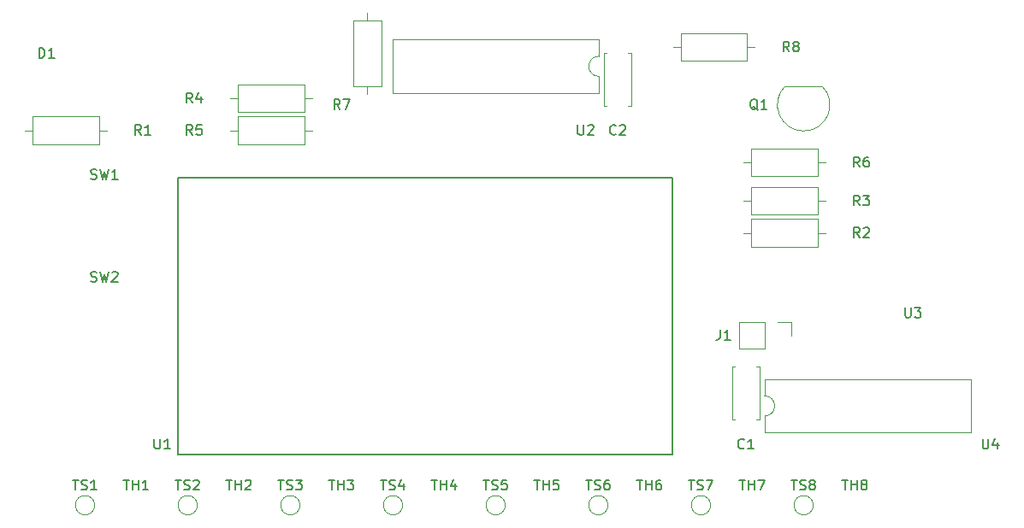
<source format=gto>
G04 #@! TF.GenerationSoftware,KiCad,Pcbnew,(5.1.5)-2*
G04 #@! TF.CreationDate,2020-02-22T00:44:31+01:00*
G04 #@! TF.ProjectId,BBMini32,42424d69-6e69-4333-922e-6b696361645f,V1.0*
G04 #@! TF.SameCoordinates,PX1312d00PY510ff40*
G04 #@! TF.FileFunction,Legend,Top*
G04 #@! TF.FilePolarity,Positive*
%FSLAX46Y46*%
G04 Gerber Fmt 4.6, Leading zero omitted, Abs format (unit mm)*
G04 Created by KiCad (PCBNEW (5.1.5)-2) date 2020-02-22 00:44:31*
%MOMM*%
%LPD*%
G04 APERTURE LIST*
%ADD10C,0.150000*%
%ADD11C,0.120000*%
%ADD12C,2.202000*%
%ADD13C,1.852000*%
%ADD14C,1.902000*%
%ADD15R,1.902000X1.902000*%
%ADD16C,1.602000*%
%ADD17C,6.502000*%
%ADD18C,5.102000*%
%ADD19O,1.702000X1.702000*%
%ADD20R,1.702000X1.702000*%
%ADD21C,0.100000*%
%ADD22O,1.602000X2.102000*%
%ADD23C,1.702000*%
%ADD24R,1.152000X1.602000*%
%ADD25O,1.152000X1.602000*%
%ADD26O,1.802000X1.802000*%
%ADD27R,1.802000X1.802000*%
G04 APERTURE END LIST*
D10*
X18365000Y15370000D02*
X18365000Y42870000D01*
X18365000Y42870000D02*
X67365000Y42870000D01*
X18365000Y15370000D02*
X67365000Y15370000D01*
X67365000Y15370000D02*
X67365000Y42870000D01*
D11*
X76460000Y22880000D02*
X76460000Y21230000D01*
X96900000Y22880000D02*
X76460000Y22880000D01*
X96900000Y17580000D02*
X96900000Y22880000D01*
X76460000Y17580000D02*
X96900000Y17580000D01*
X76460000Y19230000D02*
X76460000Y17580000D01*
X76460000Y21230000D02*
G75*
G02X76460000Y19230000I0J-1000000D01*
G01*
X60070000Y51235000D02*
X60070000Y52885000D01*
X39630000Y51235000D02*
X60070000Y51235000D01*
X39630000Y56535000D02*
X39630000Y51235000D01*
X60070000Y56535000D02*
X39630000Y56535000D01*
X60070000Y54885000D02*
X60070000Y56535000D01*
X60070000Y52885000D02*
G75*
G02X60070000Y54885000I0J1000000D01*
G01*
X81280000Y10387500D02*
G75*
G03X81280000Y10387500I-950000J0D01*
G01*
X71120000Y10387500D02*
G75*
G03X71120000Y10387500I-950000J0D01*
G01*
X60960000Y10387500D02*
G75*
G03X60960000Y10387500I-950000J0D01*
G01*
X50800000Y10387500D02*
G75*
G03X50800000Y10387500I-950000J0D01*
G01*
X40640000Y10387500D02*
G75*
G03X40640000Y10387500I-950000J0D01*
G01*
X30480000Y10387500D02*
G75*
G03X30480000Y10387500I-950000J0D01*
G01*
X20320000Y10387500D02*
G75*
G03X20320000Y10387500I-950000J0D01*
G01*
X10160000Y10387500D02*
G75*
G03X10160000Y10387500I-950000J0D01*
G01*
X67400000Y55790000D02*
X68170000Y55790000D01*
X75480000Y55790000D02*
X74710000Y55790000D01*
X68170000Y54420000D02*
X74710000Y54420000D01*
X68170000Y57160000D02*
X68170000Y54420000D01*
X74710000Y57160000D02*
X68170000Y57160000D01*
X74710000Y54420000D02*
X74710000Y57160000D01*
X37150000Y59195000D02*
X37150000Y58425000D01*
X37150000Y51115000D02*
X37150000Y51885000D01*
X35780000Y58425000D02*
X35780000Y51885000D01*
X38520000Y58425000D02*
X35780000Y58425000D01*
X38520000Y51885000D02*
X38520000Y58425000D01*
X35780000Y51885000D02*
X38520000Y51885000D01*
X82465000Y44360000D02*
X81695000Y44360000D01*
X74385000Y44360000D02*
X75155000Y44360000D01*
X81695000Y45730000D02*
X75155000Y45730000D01*
X81695000Y42990000D02*
X81695000Y45730000D01*
X75155000Y42990000D02*
X81695000Y42990000D01*
X75155000Y45730000D02*
X75155000Y42990000D01*
X31665000Y47535000D02*
X30895000Y47535000D01*
X23585000Y47535000D02*
X24355000Y47535000D01*
X30895000Y48905000D02*
X24355000Y48905000D01*
X30895000Y46165000D02*
X30895000Y48905000D01*
X24355000Y46165000D02*
X30895000Y46165000D01*
X24355000Y48905000D02*
X24355000Y46165000D01*
X31665000Y50710000D02*
X30895000Y50710000D01*
X23585000Y50710000D02*
X24355000Y50710000D01*
X30895000Y52080000D02*
X24355000Y52080000D01*
X30895000Y49340000D02*
X30895000Y52080000D01*
X24355000Y49340000D02*
X30895000Y49340000D01*
X24355000Y52080000D02*
X24355000Y49340000D01*
X82465000Y40550000D02*
X81695000Y40550000D01*
X74385000Y40550000D02*
X75155000Y40550000D01*
X81695000Y41920000D02*
X75155000Y41920000D01*
X81695000Y39180000D02*
X81695000Y41920000D01*
X75155000Y39180000D02*
X81695000Y39180000D01*
X75155000Y41920000D02*
X75155000Y39180000D01*
X74385000Y37375000D02*
X75155000Y37375000D01*
X82465000Y37375000D02*
X81695000Y37375000D01*
X75155000Y36005000D02*
X81695000Y36005000D01*
X75155000Y38745000D02*
X75155000Y36005000D01*
X81695000Y38745000D02*
X75155000Y38745000D01*
X81695000Y36005000D02*
X81695000Y38745000D01*
X3265000Y47535000D02*
X4035000Y47535000D01*
X11345000Y47535000D02*
X10575000Y47535000D01*
X4035000Y46165000D02*
X10575000Y46165000D01*
X4035000Y48905000D02*
X4035000Y46165000D01*
X10575000Y48905000D02*
X4035000Y48905000D01*
X10575000Y46165000D02*
X10575000Y48905000D01*
X78491522Y51913478D02*
G75*
G03X80330000Y47475000I1838478J-1838478D01*
G01*
X82168478Y51913478D02*
G75*
G02X80330000Y47475000I-1838478J-1838478D01*
G01*
X82130000Y51925000D02*
X78530000Y51925000D01*
X79120000Y28545000D02*
X79120000Y27215000D01*
X77790000Y28545000D02*
X79120000Y28545000D01*
X76520000Y28545000D02*
X76520000Y25885000D01*
X76520000Y25885000D02*
X73920000Y25885000D01*
X76520000Y28545000D02*
X73920000Y28545000D01*
X73920000Y28545000D02*
X73920000Y25885000D01*
X62970000Y55195000D02*
X63285000Y55195000D01*
X60545000Y55195000D02*
X60860000Y55195000D01*
X62970000Y49955000D02*
X63285000Y49955000D01*
X60545000Y49955000D02*
X60860000Y49955000D01*
X63285000Y49955000D02*
X63285000Y55195000D01*
X60545000Y49955000D02*
X60545000Y55195000D01*
X73560000Y18920000D02*
X73245000Y18920000D01*
X75985000Y18920000D02*
X75670000Y18920000D01*
X73560000Y24160000D02*
X73245000Y24160000D01*
X75985000Y24160000D02*
X75670000Y24160000D01*
X73245000Y24160000D02*
X73245000Y18920000D01*
X75985000Y24160000D02*
X75985000Y18920000D01*
D10*
X9781666Y32580239D02*
X9924523Y32532620D01*
X10162619Y32532620D01*
X10257857Y32580239D01*
X10305476Y32627858D01*
X10353095Y32723096D01*
X10353095Y32818334D01*
X10305476Y32913572D01*
X10257857Y32961191D01*
X10162619Y33008810D01*
X9972142Y33056429D01*
X9876904Y33104048D01*
X9829285Y33151667D01*
X9781666Y33246905D01*
X9781666Y33342143D01*
X9829285Y33437381D01*
X9876904Y33485000D01*
X9972142Y33532620D01*
X10210238Y33532620D01*
X10353095Y33485000D01*
X10686428Y33532620D02*
X10924523Y32532620D01*
X11115000Y33246905D01*
X11305476Y32532620D01*
X11543571Y33532620D01*
X11876904Y33437381D02*
X11924523Y33485000D01*
X12019761Y33532620D01*
X12257857Y33532620D01*
X12353095Y33485000D01*
X12400714Y33437381D01*
X12448333Y33342143D01*
X12448333Y33246905D01*
X12400714Y33104048D01*
X11829285Y32532620D01*
X12448333Y32532620D01*
X9781666Y42740239D02*
X9924523Y42692620D01*
X10162619Y42692620D01*
X10257857Y42740239D01*
X10305476Y42787858D01*
X10353095Y42883096D01*
X10353095Y42978334D01*
X10305476Y43073572D01*
X10257857Y43121191D01*
X10162619Y43168810D01*
X9972142Y43216429D01*
X9876904Y43264048D01*
X9829285Y43311667D01*
X9781666Y43406905D01*
X9781666Y43502143D01*
X9829285Y43597381D01*
X9876904Y43645000D01*
X9972142Y43692620D01*
X10210238Y43692620D01*
X10353095Y43645000D01*
X10686428Y43692620D02*
X10924523Y42692620D01*
X11115000Y43406905D01*
X11305476Y42692620D01*
X11543571Y43692620D01*
X12448333Y42692620D02*
X11876904Y42692620D01*
X12162619Y42692620D02*
X12162619Y43692620D01*
X12067380Y43549762D01*
X11972142Y43454524D01*
X11876904Y43406905D01*
X4661904Y54702620D02*
X4661904Y55702620D01*
X4900000Y55702620D01*
X5042857Y55655000D01*
X5138095Y55559762D01*
X5185714Y55464524D01*
X5233333Y55274048D01*
X5233333Y55131191D01*
X5185714Y54940715D01*
X5138095Y54845477D01*
X5042857Y54750239D01*
X4900000Y54702620D01*
X4661904Y54702620D01*
X6185714Y54702620D02*
X5614285Y54702620D01*
X5900000Y54702620D02*
X5900000Y55702620D01*
X5804761Y55559762D01*
X5709523Y55464524D01*
X5614285Y55416905D01*
X16068095Y16967620D02*
X16068095Y16158096D01*
X16115714Y16062858D01*
X16163333Y16015239D01*
X16258571Y15967620D01*
X16449047Y15967620D01*
X16544285Y16015239D01*
X16591904Y16062858D01*
X16639523Y16158096D01*
X16639523Y16967620D01*
X17639523Y15967620D02*
X17068095Y15967620D01*
X17353809Y15967620D02*
X17353809Y16967620D01*
X17258571Y16824762D01*
X17163333Y16729524D01*
X17068095Y16681905D01*
X90363095Y29985120D02*
X90363095Y29175596D01*
X90410714Y29080358D01*
X90458333Y29032739D01*
X90553571Y28985120D01*
X90744047Y28985120D01*
X90839285Y29032739D01*
X90886904Y29080358D01*
X90934523Y29175596D01*
X90934523Y29985120D01*
X91315476Y29985120D02*
X91934523Y29985120D01*
X91601190Y29604167D01*
X91744047Y29604167D01*
X91839285Y29556548D01*
X91886904Y29508929D01*
X91934523Y29413691D01*
X91934523Y29175596D01*
X91886904Y29080358D01*
X91839285Y29032739D01*
X91744047Y28985120D01*
X91458333Y28985120D01*
X91363095Y29032739D01*
X91315476Y29080358D01*
X98046595Y16967620D02*
X98046595Y16158096D01*
X98094214Y16062858D01*
X98141833Y16015239D01*
X98237071Y15967620D01*
X98427547Y15967620D01*
X98522785Y16015239D01*
X98570404Y16062858D01*
X98618023Y16158096D01*
X98618023Y16967620D01*
X99522785Y16634286D02*
X99522785Y15967620D01*
X99284690Y17015239D02*
X99046595Y16300953D01*
X99665642Y16300953D01*
X57978095Y48082620D02*
X57978095Y47273096D01*
X58025714Y47177858D01*
X58073333Y47130239D01*
X58168571Y47082620D01*
X58359047Y47082620D01*
X58454285Y47130239D01*
X58501904Y47177858D01*
X58549523Y47273096D01*
X58549523Y48082620D01*
X58978095Y47987381D02*
X59025714Y48035000D01*
X59120952Y48082620D01*
X59359047Y48082620D01*
X59454285Y48035000D01*
X59501904Y47987381D01*
X59549523Y47892143D01*
X59549523Y47796905D01*
X59501904Y47654048D01*
X58930476Y47082620D01*
X59549523Y47082620D01*
X79091904Y12903620D02*
X79663333Y12903620D01*
X79377619Y11903620D02*
X79377619Y12903620D01*
X79949047Y11951239D02*
X80091904Y11903620D01*
X80330000Y11903620D01*
X80425238Y11951239D01*
X80472857Y11998858D01*
X80520476Y12094096D01*
X80520476Y12189334D01*
X80472857Y12284572D01*
X80425238Y12332191D01*
X80330000Y12379810D01*
X80139523Y12427429D01*
X80044285Y12475048D01*
X79996666Y12522667D01*
X79949047Y12617905D01*
X79949047Y12713143D01*
X79996666Y12808381D01*
X80044285Y12856000D01*
X80139523Y12903620D01*
X80377619Y12903620D01*
X80520476Y12856000D01*
X81091904Y12475048D02*
X80996666Y12522667D01*
X80949047Y12570286D01*
X80901428Y12665524D01*
X80901428Y12713143D01*
X80949047Y12808381D01*
X80996666Y12856000D01*
X81091904Y12903620D01*
X81282380Y12903620D01*
X81377619Y12856000D01*
X81425238Y12808381D01*
X81472857Y12713143D01*
X81472857Y12665524D01*
X81425238Y12570286D01*
X81377619Y12522667D01*
X81282380Y12475048D01*
X81091904Y12475048D01*
X80996666Y12427429D01*
X80949047Y12379810D01*
X80901428Y12284572D01*
X80901428Y12094096D01*
X80949047Y11998858D01*
X80996666Y11951239D01*
X81091904Y11903620D01*
X81282380Y11903620D01*
X81377619Y11951239D01*
X81425238Y11998858D01*
X81472857Y12094096D01*
X81472857Y12284572D01*
X81425238Y12379810D01*
X81377619Y12427429D01*
X81282380Y12475048D01*
X68931904Y12903620D02*
X69503333Y12903620D01*
X69217619Y11903620D02*
X69217619Y12903620D01*
X69789047Y11951239D02*
X69931904Y11903620D01*
X70170000Y11903620D01*
X70265238Y11951239D01*
X70312857Y11998858D01*
X70360476Y12094096D01*
X70360476Y12189334D01*
X70312857Y12284572D01*
X70265238Y12332191D01*
X70170000Y12379810D01*
X69979523Y12427429D01*
X69884285Y12475048D01*
X69836666Y12522667D01*
X69789047Y12617905D01*
X69789047Y12713143D01*
X69836666Y12808381D01*
X69884285Y12856000D01*
X69979523Y12903620D01*
X70217619Y12903620D01*
X70360476Y12856000D01*
X70693809Y12903620D02*
X71360476Y12903620D01*
X70931904Y11903620D01*
X58771904Y12903620D02*
X59343333Y12903620D01*
X59057619Y11903620D02*
X59057619Y12903620D01*
X59629047Y11951239D02*
X59771904Y11903620D01*
X60010000Y11903620D01*
X60105238Y11951239D01*
X60152857Y11998858D01*
X60200476Y12094096D01*
X60200476Y12189334D01*
X60152857Y12284572D01*
X60105238Y12332191D01*
X60010000Y12379810D01*
X59819523Y12427429D01*
X59724285Y12475048D01*
X59676666Y12522667D01*
X59629047Y12617905D01*
X59629047Y12713143D01*
X59676666Y12808381D01*
X59724285Y12856000D01*
X59819523Y12903620D01*
X60057619Y12903620D01*
X60200476Y12856000D01*
X61057619Y12903620D02*
X60867142Y12903620D01*
X60771904Y12856000D01*
X60724285Y12808381D01*
X60629047Y12665524D01*
X60581428Y12475048D01*
X60581428Y12094096D01*
X60629047Y11998858D01*
X60676666Y11951239D01*
X60771904Y11903620D01*
X60962380Y11903620D01*
X61057619Y11951239D01*
X61105238Y11998858D01*
X61152857Y12094096D01*
X61152857Y12332191D01*
X61105238Y12427429D01*
X61057619Y12475048D01*
X60962380Y12522667D01*
X60771904Y12522667D01*
X60676666Y12475048D01*
X60629047Y12427429D01*
X60581428Y12332191D01*
X48611904Y12903620D02*
X49183333Y12903620D01*
X48897619Y11903620D02*
X48897619Y12903620D01*
X49469047Y11951239D02*
X49611904Y11903620D01*
X49850000Y11903620D01*
X49945238Y11951239D01*
X49992857Y11998858D01*
X50040476Y12094096D01*
X50040476Y12189334D01*
X49992857Y12284572D01*
X49945238Y12332191D01*
X49850000Y12379810D01*
X49659523Y12427429D01*
X49564285Y12475048D01*
X49516666Y12522667D01*
X49469047Y12617905D01*
X49469047Y12713143D01*
X49516666Y12808381D01*
X49564285Y12856000D01*
X49659523Y12903620D01*
X49897619Y12903620D01*
X50040476Y12856000D01*
X50945238Y12903620D02*
X50469047Y12903620D01*
X50421428Y12427429D01*
X50469047Y12475048D01*
X50564285Y12522667D01*
X50802380Y12522667D01*
X50897619Y12475048D01*
X50945238Y12427429D01*
X50992857Y12332191D01*
X50992857Y12094096D01*
X50945238Y11998858D01*
X50897619Y11951239D01*
X50802380Y11903620D01*
X50564285Y11903620D01*
X50469047Y11951239D01*
X50421428Y11998858D01*
X38451904Y12903620D02*
X39023333Y12903620D01*
X38737619Y11903620D02*
X38737619Y12903620D01*
X39309047Y11951239D02*
X39451904Y11903620D01*
X39690000Y11903620D01*
X39785238Y11951239D01*
X39832857Y11998858D01*
X39880476Y12094096D01*
X39880476Y12189334D01*
X39832857Y12284572D01*
X39785238Y12332191D01*
X39690000Y12379810D01*
X39499523Y12427429D01*
X39404285Y12475048D01*
X39356666Y12522667D01*
X39309047Y12617905D01*
X39309047Y12713143D01*
X39356666Y12808381D01*
X39404285Y12856000D01*
X39499523Y12903620D01*
X39737619Y12903620D01*
X39880476Y12856000D01*
X40737619Y12570286D02*
X40737619Y11903620D01*
X40499523Y12951239D02*
X40261428Y12236953D01*
X40880476Y12236953D01*
X28291904Y12903620D02*
X28863333Y12903620D01*
X28577619Y11903620D02*
X28577619Y12903620D01*
X29149047Y11951239D02*
X29291904Y11903620D01*
X29530000Y11903620D01*
X29625238Y11951239D01*
X29672857Y11998858D01*
X29720476Y12094096D01*
X29720476Y12189334D01*
X29672857Y12284572D01*
X29625238Y12332191D01*
X29530000Y12379810D01*
X29339523Y12427429D01*
X29244285Y12475048D01*
X29196666Y12522667D01*
X29149047Y12617905D01*
X29149047Y12713143D01*
X29196666Y12808381D01*
X29244285Y12856000D01*
X29339523Y12903620D01*
X29577619Y12903620D01*
X29720476Y12856000D01*
X30053809Y12903620D02*
X30672857Y12903620D01*
X30339523Y12522667D01*
X30482380Y12522667D01*
X30577619Y12475048D01*
X30625238Y12427429D01*
X30672857Y12332191D01*
X30672857Y12094096D01*
X30625238Y11998858D01*
X30577619Y11951239D01*
X30482380Y11903620D01*
X30196666Y11903620D01*
X30101428Y11951239D01*
X30053809Y11998858D01*
X18131904Y12903620D02*
X18703333Y12903620D01*
X18417619Y11903620D02*
X18417619Y12903620D01*
X18989047Y11951239D02*
X19131904Y11903620D01*
X19370000Y11903620D01*
X19465238Y11951239D01*
X19512857Y11998858D01*
X19560476Y12094096D01*
X19560476Y12189334D01*
X19512857Y12284572D01*
X19465238Y12332191D01*
X19370000Y12379810D01*
X19179523Y12427429D01*
X19084285Y12475048D01*
X19036666Y12522667D01*
X18989047Y12617905D01*
X18989047Y12713143D01*
X19036666Y12808381D01*
X19084285Y12856000D01*
X19179523Y12903620D01*
X19417619Y12903620D01*
X19560476Y12856000D01*
X19941428Y12808381D02*
X19989047Y12856000D01*
X20084285Y12903620D01*
X20322380Y12903620D01*
X20417619Y12856000D01*
X20465238Y12808381D01*
X20512857Y12713143D01*
X20512857Y12617905D01*
X20465238Y12475048D01*
X19893809Y11903620D01*
X20512857Y11903620D01*
X7971904Y12903620D02*
X8543333Y12903620D01*
X8257619Y11903620D02*
X8257619Y12903620D01*
X8829047Y11951239D02*
X8971904Y11903620D01*
X9210000Y11903620D01*
X9305238Y11951239D01*
X9352857Y11998858D01*
X9400476Y12094096D01*
X9400476Y12189334D01*
X9352857Y12284572D01*
X9305238Y12332191D01*
X9210000Y12379810D01*
X9019523Y12427429D01*
X8924285Y12475048D01*
X8876666Y12522667D01*
X8829047Y12617905D01*
X8829047Y12713143D01*
X8876666Y12808381D01*
X8924285Y12856000D01*
X9019523Y12903620D01*
X9257619Y12903620D01*
X9400476Y12856000D01*
X10352857Y11903620D02*
X9781428Y11903620D01*
X10067142Y11903620D02*
X10067142Y12903620D01*
X9971904Y12760762D01*
X9876666Y12665524D01*
X9781428Y12617905D01*
X84124285Y12903620D02*
X84695714Y12903620D01*
X84410000Y11903620D02*
X84410000Y12903620D01*
X85029047Y11903620D02*
X85029047Y12903620D01*
X85029047Y12427429D02*
X85600476Y12427429D01*
X85600476Y11903620D02*
X85600476Y12903620D01*
X86219523Y12475048D02*
X86124285Y12522667D01*
X86076666Y12570286D01*
X86029047Y12665524D01*
X86029047Y12713143D01*
X86076666Y12808381D01*
X86124285Y12856000D01*
X86219523Y12903620D01*
X86410000Y12903620D01*
X86505238Y12856000D01*
X86552857Y12808381D01*
X86600476Y12713143D01*
X86600476Y12665524D01*
X86552857Y12570286D01*
X86505238Y12522667D01*
X86410000Y12475048D01*
X86219523Y12475048D01*
X86124285Y12427429D01*
X86076666Y12379810D01*
X86029047Y12284572D01*
X86029047Y12094096D01*
X86076666Y11998858D01*
X86124285Y11951239D01*
X86219523Y11903620D01*
X86410000Y11903620D01*
X86505238Y11951239D01*
X86552857Y11998858D01*
X86600476Y12094096D01*
X86600476Y12284572D01*
X86552857Y12379810D01*
X86505238Y12427429D01*
X86410000Y12475048D01*
X73964285Y12903620D02*
X74535714Y12903620D01*
X74250000Y11903620D02*
X74250000Y12903620D01*
X74869047Y11903620D02*
X74869047Y12903620D01*
X74869047Y12427429D02*
X75440476Y12427429D01*
X75440476Y11903620D02*
X75440476Y12903620D01*
X75821428Y12903620D02*
X76488095Y12903620D01*
X76059523Y11903620D01*
X63804285Y12903620D02*
X64375714Y12903620D01*
X64090000Y11903620D02*
X64090000Y12903620D01*
X64709047Y11903620D02*
X64709047Y12903620D01*
X64709047Y12427429D02*
X65280476Y12427429D01*
X65280476Y11903620D02*
X65280476Y12903620D01*
X66185238Y12903620D02*
X65994761Y12903620D01*
X65899523Y12856000D01*
X65851904Y12808381D01*
X65756666Y12665524D01*
X65709047Y12475048D01*
X65709047Y12094096D01*
X65756666Y11998858D01*
X65804285Y11951239D01*
X65899523Y11903620D01*
X66090000Y11903620D01*
X66185238Y11951239D01*
X66232857Y11998858D01*
X66280476Y12094096D01*
X66280476Y12332191D01*
X66232857Y12427429D01*
X66185238Y12475048D01*
X66090000Y12522667D01*
X65899523Y12522667D01*
X65804285Y12475048D01*
X65756666Y12427429D01*
X65709047Y12332191D01*
X53644285Y12903620D02*
X54215714Y12903620D01*
X53930000Y11903620D02*
X53930000Y12903620D01*
X54549047Y11903620D02*
X54549047Y12903620D01*
X54549047Y12427429D02*
X55120476Y12427429D01*
X55120476Y11903620D02*
X55120476Y12903620D01*
X56072857Y12903620D02*
X55596666Y12903620D01*
X55549047Y12427429D01*
X55596666Y12475048D01*
X55691904Y12522667D01*
X55930000Y12522667D01*
X56025238Y12475048D01*
X56072857Y12427429D01*
X56120476Y12332191D01*
X56120476Y12094096D01*
X56072857Y11998858D01*
X56025238Y11951239D01*
X55930000Y11903620D01*
X55691904Y11903620D01*
X55596666Y11951239D01*
X55549047Y11998858D01*
X43484285Y12903620D02*
X44055714Y12903620D01*
X43770000Y11903620D02*
X43770000Y12903620D01*
X44389047Y11903620D02*
X44389047Y12903620D01*
X44389047Y12427429D02*
X44960476Y12427429D01*
X44960476Y11903620D02*
X44960476Y12903620D01*
X45865238Y12570286D02*
X45865238Y11903620D01*
X45627142Y12951239D02*
X45389047Y12236953D01*
X46008095Y12236953D01*
X33324285Y12903620D02*
X33895714Y12903620D01*
X33610000Y11903620D02*
X33610000Y12903620D01*
X34229047Y11903620D02*
X34229047Y12903620D01*
X34229047Y12427429D02*
X34800476Y12427429D01*
X34800476Y11903620D02*
X34800476Y12903620D01*
X35181428Y12903620D02*
X35800476Y12903620D01*
X35467142Y12522667D01*
X35610000Y12522667D01*
X35705238Y12475048D01*
X35752857Y12427429D01*
X35800476Y12332191D01*
X35800476Y12094096D01*
X35752857Y11998858D01*
X35705238Y11951239D01*
X35610000Y11903620D01*
X35324285Y11903620D01*
X35229047Y11951239D01*
X35181428Y11998858D01*
X23164285Y12903620D02*
X23735714Y12903620D01*
X23450000Y11903620D02*
X23450000Y12903620D01*
X24069047Y11903620D02*
X24069047Y12903620D01*
X24069047Y12427429D02*
X24640476Y12427429D01*
X24640476Y11903620D02*
X24640476Y12903620D01*
X25069047Y12808381D02*
X25116666Y12856000D01*
X25211904Y12903620D01*
X25450000Y12903620D01*
X25545238Y12856000D01*
X25592857Y12808381D01*
X25640476Y12713143D01*
X25640476Y12617905D01*
X25592857Y12475048D01*
X25021428Y11903620D01*
X25640476Y11903620D01*
X13004285Y12903620D02*
X13575714Y12903620D01*
X13290000Y11903620D02*
X13290000Y12903620D01*
X13909047Y11903620D02*
X13909047Y12903620D01*
X13909047Y12427429D02*
X14480476Y12427429D01*
X14480476Y11903620D02*
X14480476Y12903620D01*
X15480476Y11903620D02*
X14909047Y11903620D01*
X15194761Y11903620D02*
X15194761Y12903620D01*
X15099523Y12760762D01*
X15004285Y12665524D01*
X14909047Y12617905D01*
X78893333Y55337620D02*
X78560000Y55813810D01*
X78321904Y55337620D02*
X78321904Y56337620D01*
X78702857Y56337620D01*
X78798095Y56290000D01*
X78845714Y56242381D01*
X78893333Y56147143D01*
X78893333Y56004286D01*
X78845714Y55909048D01*
X78798095Y55861429D01*
X78702857Y55813810D01*
X78321904Y55813810D01*
X79464761Y55909048D02*
X79369523Y55956667D01*
X79321904Y56004286D01*
X79274285Y56099524D01*
X79274285Y56147143D01*
X79321904Y56242381D01*
X79369523Y56290000D01*
X79464761Y56337620D01*
X79655238Y56337620D01*
X79750476Y56290000D01*
X79798095Y56242381D01*
X79845714Y56147143D01*
X79845714Y56099524D01*
X79798095Y56004286D01*
X79750476Y55956667D01*
X79655238Y55909048D01*
X79464761Y55909048D01*
X79369523Y55861429D01*
X79321904Y55813810D01*
X79274285Y55718572D01*
X79274285Y55528096D01*
X79321904Y55432858D01*
X79369523Y55385239D01*
X79464761Y55337620D01*
X79655238Y55337620D01*
X79750476Y55385239D01*
X79798095Y55432858D01*
X79845714Y55528096D01*
X79845714Y55718572D01*
X79798095Y55813810D01*
X79750476Y55861429D01*
X79655238Y55909048D01*
X34443333Y49622620D02*
X34110000Y50098810D01*
X33871904Y49622620D02*
X33871904Y50622620D01*
X34252857Y50622620D01*
X34348095Y50575000D01*
X34395714Y50527381D01*
X34443333Y50432143D01*
X34443333Y50289286D01*
X34395714Y50194048D01*
X34348095Y50146429D01*
X34252857Y50098810D01*
X33871904Y50098810D01*
X34776666Y50622620D02*
X35443333Y50622620D01*
X35014761Y49622620D01*
X85878333Y43907620D02*
X85545000Y44383810D01*
X85306904Y43907620D02*
X85306904Y44907620D01*
X85687857Y44907620D01*
X85783095Y44860000D01*
X85830714Y44812381D01*
X85878333Y44717143D01*
X85878333Y44574286D01*
X85830714Y44479048D01*
X85783095Y44431429D01*
X85687857Y44383810D01*
X85306904Y44383810D01*
X86735476Y44907620D02*
X86545000Y44907620D01*
X86449761Y44860000D01*
X86402142Y44812381D01*
X86306904Y44669524D01*
X86259285Y44479048D01*
X86259285Y44098096D01*
X86306904Y44002858D01*
X86354523Y43955239D01*
X86449761Y43907620D01*
X86640238Y43907620D01*
X86735476Y43955239D01*
X86783095Y44002858D01*
X86830714Y44098096D01*
X86830714Y44336191D01*
X86783095Y44431429D01*
X86735476Y44479048D01*
X86640238Y44526667D01*
X86449761Y44526667D01*
X86354523Y44479048D01*
X86306904Y44431429D01*
X86259285Y44336191D01*
X19838333Y47082620D02*
X19505000Y47558810D01*
X19266904Y47082620D02*
X19266904Y48082620D01*
X19647857Y48082620D01*
X19743095Y48035000D01*
X19790714Y47987381D01*
X19838333Y47892143D01*
X19838333Y47749286D01*
X19790714Y47654048D01*
X19743095Y47606429D01*
X19647857Y47558810D01*
X19266904Y47558810D01*
X20743095Y48082620D02*
X20266904Y48082620D01*
X20219285Y47606429D01*
X20266904Y47654048D01*
X20362142Y47701667D01*
X20600238Y47701667D01*
X20695476Y47654048D01*
X20743095Y47606429D01*
X20790714Y47511191D01*
X20790714Y47273096D01*
X20743095Y47177858D01*
X20695476Y47130239D01*
X20600238Y47082620D01*
X20362142Y47082620D01*
X20266904Y47130239D01*
X20219285Y47177858D01*
X19838333Y50257620D02*
X19505000Y50733810D01*
X19266904Y50257620D02*
X19266904Y51257620D01*
X19647857Y51257620D01*
X19743095Y51210000D01*
X19790714Y51162381D01*
X19838333Y51067143D01*
X19838333Y50924286D01*
X19790714Y50829048D01*
X19743095Y50781429D01*
X19647857Y50733810D01*
X19266904Y50733810D01*
X20695476Y50924286D02*
X20695476Y50257620D01*
X20457380Y51305239D02*
X20219285Y50590953D01*
X20838333Y50590953D01*
X85878333Y40097620D02*
X85545000Y40573810D01*
X85306904Y40097620D02*
X85306904Y41097620D01*
X85687857Y41097620D01*
X85783095Y41050000D01*
X85830714Y41002381D01*
X85878333Y40907143D01*
X85878333Y40764286D01*
X85830714Y40669048D01*
X85783095Y40621429D01*
X85687857Y40573810D01*
X85306904Y40573810D01*
X86211666Y41097620D02*
X86830714Y41097620D01*
X86497380Y40716667D01*
X86640238Y40716667D01*
X86735476Y40669048D01*
X86783095Y40621429D01*
X86830714Y40526191D01*
X86830714Y40288096D01*
X86783095Y40192858D01*
X86735476Y40145239D01*
X86640238Y40097620D01*
X86354523Y40097620D01*
X86259285Y40145239D01*
X86211666Y40192858D01*
X85878333Y36922620D02*
X85545000Y37398810D01*
X85306904Y36922620D02*
X85306904Y37922620D01*
X85687857Y37922620D01*
X85783095Y37875000D01*
X85830714Y37827381D01*
X85878333Y37732143D01*
X85878333Y37589286D01*
X85830714Y37494048D01*
X85783095Y37446429D01*
X85687857Y37398810D01*
X85306904Y37398810D01*
X86259285Y37827381D02*
X86306904Y37875000D01*
X86402142Y37922620D01*
X86640238Y37922620D01*
X86735476Y37875000D01*
X86783095Y37827381D01*
X86830714Y37732143D01*
X86830714Y37636905D01*
X86783095Y37494048D01*
X86211666Y36922620D01*
X86830714Y36922620D01*
X14758333Y47082620D02*
X14425000Y47558810D01*
X14186904Y47082620D02*
X14186904Y48082620D01*
X14567857Y48082620D01*
X14663095Y48035000D01*
X14710714Y47987381D01*
X14758333Y47892143D01*
X14758333Y47749286D01*
X14710714Y47654048D01*
X14663095Y47606429D01*
X14567857Y47558810D01*
X14186904Y47558810D01*
X15710714Y47082620D02*
X15139285Y47082620D01*
X15425000Y47082620D02*
X15425000Y48082620D01*
X15329761Y47939762D01*
X15234523Y47844524D01*
X15139285Y47796905D01*
X75789761Y49527381D02*
X75694523Y49575000D01*
X75599285Y49670239D01*
X75456428Y49813096D01*
X75361190Y49860715D01*
X75265952Y49860715D01*
X75313571Y49622620D02*
X75218333Y49670239D01*
X75123095Y49765477D01*
X75075476Y49955953D01*
X75075476Y50289286D01*
X75123095Y50479762D01*
X75218333Y50575000D01*
X75313571Y50622620D01*
X75504047Y50622620D01*
X75599285Y50575000D01*
X75694523Y50479762D01*
X75742142Y50289286D01*
X75742142Y49955953D01*
X75694523Y49765477D01*
X75599285Y49670239D01*
X75504047Y49622620D01*
X75313571Y49622620D01*
X76694523Y49622620D02*
X76123095Y49622620D01*
X76408809Y49622620D02*
X76408809Y50622620D01*
X76313571Y50479762D01*
X76218333Y50384524D01*
X76123095Y50336905D01*
X72059166Y27762620D02*
X72059166Y27048334D01*
X72011547Y26905477D01*
X71916309Y26810239D01*
X71773452Y26762620D01*
X71678214Y26762620D01*
X73059166Y26762620D02*
X72487738Y26762620D01*
X72773452Y26762620D02*
X72773452Y27762620D01*
X72678214Y27619762D01*
X72582976Y27524524D01*
X72487738Y27476905D01*
X61748333Y47177858D02*
X61700714Y47130239D01*
X61557857Y47082620D01*
X61462619Y47082620D01*
X61319761Y47130239D01*
X61224523Y47225477D01*
X61176904Y47320715D01*
X61129285Y47511191D01*
X61129285Y47654048D01*
X61176904Y47844524D01*
X61224523Y47939762D01*
X61319761Y48035000D01*
X61462619Y48082620D01*
X61557857Y48082620D01*
X61700714Y48035000D01*
X61748333Y47987381D01*
X62129285Y47987381D02*
X62176904Y48035000D01*
X62272142Y48082620D01*
X62510238Y48082620D01*
X62605476Y48035000D01*
X62653095Y47987381D01*
X62700714Y47892143D01*
X62700714Y47796905D01*
X62653095Y47654048D01*
X62081666Y47082620D01*
X62700714Y47082620D01*
X74448333Y16062858D02*
X74400714Y16015239D01*
X74257857Y15967620D01*
X74162619Y15967620D01*
X74019761Y16015239D01*
X73924523Y16110477D01*
X73876904Y16205715D01*
X73829285Y16396191D01*
X73829285Y16539048D01*
X73876904Y16729524D01*
X73924523Y16824762D01*
X74019761Y16920000D01*
X74162619Y16967620D01*
X74257857Y16967620D01*
X74400714Y16920000D01*
X74448333Y16872381D01*
X75400714Y15967620D02*
X74829285Y15967620D01*
X75115000Y15967620D02*
X75115000Y16967620D01*
X75019761Y16824762D01*
X74924523Y16729524D01*
X74829285Y16681905D01*
%LPC*%
D12*
X7255000Y32965000D03*
D13*
X4765000Y31715000D03*
X4765000Y27215000D03*
D12*
X7255000Y25955000D03*
X7255000Y43125000D03*
D13*
X4765000Y41875000D03*
X4765000Y37375000D03*
D12*
X7255000Y36115000D03*
D14*
X5400000Y50710000D03*
D15*
X5400000Y53250000D03*
D16*
X65725000Y41820000D03*
X42865000Y41820000D03*
X40325000Y41820000D03*
X60645000Y41820000D03*
X20005000Y41820000D03*
X22545000Y41820000D03*
X25085000Y41820000D03*
X27625000Y41820000D03*
X30165000Y41820000D03*
X32705000Y41820000D03*
X35245000Y41820000D03*
X37785000Y41820000D03*
X63185000Y41820000D03*
X58105000Y41820000D03*
X55565000Y41820000D03*
X53025000Y41820000D03*
X50485000Y41820000D03*
X47945000Y41820000D03*
X45405000Y41820000D03*
X65725000Y16420000D03*
X60645000Y16420000D03*
X20005000Y16420000D03*
X22545000Y16420000D03*
X25085000Y16420000D03*
X27625000Y16420000D03*
X30165000Y16420000D03*
X32705000Y16420000D03*
X35245000Y16420000D03*
X37785000Y16420000D03*
X63185000Y16420000D03*
X58105000Y16420000D03*
X55565000Y16420000D03*
X53025000Y16420000D03*
X50485000Y16420000D03*
X47945000Y16420000D03*
X45405000Y16420000D03*
X42865000Y16420000D03*
X40325000Y16420000D03*
D17*
X5000000Y5000000D03*
X95000000Y5000000D03*
X95000000Y60000000D03*
X5000000Y60000000D03*
D14*
X43496000Y60235000D03*
X46036000Y60235000D03*
X48576000Y60235000D03*
X51116000Y60235000D03*
X53656000Y60235000D03*
X56196000Y60235000D03*
X58736000Y60235000D03*
X61276000Y60235000D03*
X63816000Y60235000D03*
X66356000Y60235000D03*
X68896000Y60235000D03*
X71436000Y60235000D03*
X73976000Y60235000D03*
X76516000Y60235000D03*
X79056000Y60235000D03*
D15*
X81596000Y60235000D03*
D18*
X12246000Y29385000D03*
X86946000Y29385000D03*
X12246000Y60135000D03*
X86946000Y60085000D03*
D19*
X77790000Y24040000D03*
X95570000Y16420000D03*
X80330000Y24040000D03*
X93030000Y16420000D03*
X82870000Y24040000D03*
X90490000Y16420000D03*
X85410000Y24040000D03*
X87950000Y16420000D03*
X87950000Y24040000D03*
X85410000Y16420000D03*
X90490000Y24040000D03*
X82870000Y16420000D03*
X93030000Y24040000D03*
X80330000Y16420000D03*
X95570000Y24040000D03*
D20*
X77790000Y16420000D03*
D19*
X58740000Y50075000D03*
X40960000Y57695000D03*
X56200000Y50075000D03*
X43500000Y57695000D03*
X53660000Y50075000D03*
X46040000Y57695000D03*
X51120000Y50075000D03*
X48580000Y57695000D03*
X48580000Y50075000D03*
X51120000Y57695000D03*
X46040000Y50075000D03*
X53660000Y57695000D03*
X43500000Y50075000D03*
X56200000Y57695000D03*
X40960000Y50075000D03*
D20*
X58740000Y57695000D03*
D16*
X80330000Y10387500D03*
X70170000Y10387500D03*
X60010000Y10387500D03*
X49850000Y10387500D03*
X39690000Y10387500D03*
X29530000Y10387500D03*
X19370000Y10387500D03*
X9210000Y10387500D03*
D21*
G36*
X83867405Y8386933D02*
G01*
X83899002Y8382246D01*
X83929988Y8374484D01*
X83960063Y8363723D01*
X83988940Y8350065D01*
X84016338Y8333643D01*
X84041995Y8314615D01*
X84065663Y8293163D01*
X84087115Y8269495D01*
X84106143Y8243838D01*
X84122565Y8216440D01*
X84136223Y8187563D01*
X84146984Y8157488D01*
X84154746Y8126502D01*
X84159433Y8094905D01*
X84161000Y8063000D01*
X84161000Y6512000D01*
X84159433Y6480095D01*
X84154746Y6448498D01*
X84146984Y6417512D01*
X84136223Y6387437D01*
X84122565Y6358560D01*
X84106143Y6331162D01*
X84087115Y6305505D01*
X84065663Y6281837D01*
X84041995Y6260385D01*
X84016338Y6241357D01*
X83988940Y6224935D01*
X83960063Y6211277D01*
X83929988Y6200516D01*
X83899002Y6192754D01*
X83867405Y6188067D01*
X83835500Y6186500D01*
X83184500Y6186500D01*
X83152595Y6188067D01*
X83120998Y6192754D01*
X83090012Y6200516D01*
X83059937Y6211277D01*
X83031060Y6224935D01*
X83003662Y6241357D01*
X82978005Y6260385D01*
X82954337Y6281837D01*
X82932885Y6305505D01*
X82913857Y6331162D01*
X82897435Y6358560D01*
X82883777Y6387437D01*
X82873016Y6417512D01*
X82865254Y6448498D01*
X82860567Y6480095D01*
X82859000Y6512000D01*
X82859000Y8063000D01*
X82860567Y8094905D01*
X82865254Y8126502D01*
X82873016Y8157488D01*
X82883777Y8187563D01*
X82897435Y8216440D01*
X82913857Y8243838D01*
X82932885Y8269495D01*
X82954337Y8293163D01*
X82978005Y8314615D01*
X83003662Y8333643D01*
X83031060Y8350065D01*
X83059937Y8363723D01*
X83090012Y8374484D01*
X83120998Y8382246D01*
X83152595Y8386933D01*
X83184500Y8388500D01*
X83835500Y8388500D01*
X83867405Y8386933D01*
G37*
G36*
X86217405Y11036933D02*
G01*
X86249002Y11032246D01*
X86279988Y11024484D01*
X86310063Y11013723D01*
X86338940Y11000065D01*
X86366338Y10983643D01*
X86391995Y10964615D01*
X86415663Y10943163D01*
X86437115Y10919495D01*
X86456143Y10893838D01*
X86472565Y10866440D01*
X86486223Y10837563D01*
X86496984Y10807488D01*
X86504746Y10776502D01*
X86509433Y10744905D01*
X86511000Y10713000D01*
X86511000Y10062000D01*
X86509433Y10030095D01*
X86504746Y9998498D01*
X86496984Y9967512D01*
X86486223Y9937437D01*
X86472565Y9908560D01*
X86456143Y9881162D01*
X86437115Y9855505D01*
X86415663Y9831837D01*
X86391995Y9810385D01*
X86366338Y9791357D01*
X86338940Y9774935D01*
X86310063Y9761277D01*
X86279988Y9750516D01*
X86249002Y9742754D01*
X86217405Y9738067D01*
X86185500Y9736500D01*
X84634500Y9736500D01*
X84602595Y9738067D01*
X84570998Y9742754D01*
X84540012Y9750516D01*
X84509937Y9761277D01*
X84481060Y9774935D01*
X84453662Y9791357D01*
X84428005Y9810385D01*
X84404337Y9831837D01*
X84382885Y9855505D01*
X84363857Y9881162D01*
X84347435Y9908560D01*
X84333777Y9937437D01*
X84323016Y9967512D01*
X84315254Y9998498D01*
X84310567Y10030095D01*
X84309000Y10062000D01*
X84309000Y10713000D01*
X84310567Y10744905D01*
X84315254Y10776502D01*
X84323016Y10807488D01*
X84333777Y10837563D01*
X84347435Y10866440D01*
X84363857Y10893838D01*
X84382885Y10919495D01*
X84404337Y10943163D01*
X84428005Y10964615D01*
X84453662Y10983643D01*
X84481060Y11000065D01*
X84509937Y11013723D01*
X84540012Y11024484D01*
X84570998Y11032246D01*
X84602595Y11036933D01*
X84634500Y11038500D01*
X86185500Y11038500D01*
X86217405Y11036933D01*
G37*
G36*
X87667405Y8386933D02*
G01*
X87699002Y8382246D01*
X87729988Y8374484D01*
X87760063Y8363723D01*
X87788940Y8350065D01*
X87816338Y8333643D01*
X87841995Y8314615D01*
X87865663Y8293163D01*
X87887115Y8269495D01*
X87906143Y8243838D01*
X87922565Y8216440D01*
X87936223Y8187563D01*
X87946984Y8157488D01*
X87954746Y8126502D01*
X87959433Y8094905D01*
X87961000Y8063000D01*
X87961000Y6512000D01*
X87959433Y6480095D01*
X87954746Y6448498D01*
X87946984Y6417512D01*
X87936223Y6387437D01*
X87922565Y6358560D01*
X87906143Y6331162D01*
X87887115Y6305505D01*
X87865663Y6281837D01*
X87841995Y6260385D01*
X87816338Y6241357D01*
X87788940Y6224935D01*
X87760063Y6211277D01*
X87729988Y6200516D01*
X87699002Y6192754D01*
X87667405Y6188067D01*
X87635500Y6186500D01*
X86984500Y6186500D01*
X86952595Y6188067D01*
X86920998Y6192754D01*
X86890012Y6200516D01*
X86859937Y6211277D01*
X86831060Y6224935D01*
X86803662Y6241357D01*
X86778005Y6260385D01*
X86754337Y6281837D01*
X86732885Y6305505D01*
X86713857Y6331162D01*
X86697435Y6358560D01*
X86683777Y6387437D01*
X86673016Y6417512D01*
X86665254Y6448498D01*
X86660567Y6480095D01*
X86659000Y6512000D01*
X86659000Y8063000D01*
X86660567Y8094905D01*
X86665254Y8126502D01*
X86673016Y8157488D01*
X86683777Y8187563D01*
X86697435Y8216440D01*
X86713857Y8243838D01*
X86732885Y8269495D01*
X86754337Y8293163D01*
X86778005Y8314615D01*
X86803662Y8333643D01*
X86831060Y8350065D01*
X86859937Y8363723D01*
X86890012Y8374484D01*
X86920998Y8382246D01*
X86952595Y8386933D01*
X86984500Y8388500D01*
X87635500Y8388500D01*
X87667405Y8386933D01*
G37*
D22*
X83410000Y2637500D03*
X87410000Y2637500D03*
D21*
G36*
X73707405Y8386933D02*
G01*
X73739002Y8382246D01*
X73769988Y8374484D01*
X73800063Y8363723D01*
X73828940Y8350065D01*
X73856338Y8333643D01*
X73881995Y8314615D01*
X73905663Y8293163D01*
X73927115Y8269495D01*
X73946143Y8243838D01*
X73962565Y8216440D01*
X73976223Y8187563D01*
X73986984Y8157488D01*
X73994746Y8126502D01*
X73999433Y8094905D01*
X74001000Y8063000D01*
X74001000Y6512000D01*
X73999433Y6480095D01*
X73994746Y6448498D01*
X73986984Y6417512D01*
X73976223Y6387437D01*
X73962565Y6358560D01*
X73946143Y6331162D01*
X73927115Y6305505D01*
X73905663Y6281837D01*
X73881995Y6260385D01*
X73856338Y6241357D01*
X73828940Y6224935D01*
X73800063Y6211277D01*
X73769988Y6200516D01*
X73739002Y6192754D01*
X73707405Y6188067D01*
X73675500Y6186500D01*
X73024500Y6186500D01*
X72992595Y6188067D01*
X72960998Y6192754D01*
X72930012Y6200516D01*
X72899937Y6211277D01*
X72871060Y6224935D01*
X72843662Y6241357D01*
X72818005Y6260385D01*
X72794337Y6281837D01*
X72772885Y6305505D01*
X72753857Y6331162D01*
X72737435Y6358560D01*
X72723777Y6387437D01*
X72713016Y6417512D01*
X72705254Y6448498D01*
X72700567Y6480095D01*
X72699000Y6512000D01*
X72699000Y8063000D01*
X72700567Y8094905D01*
X72705254Y8126502D01*
X72713016Y8157488D01*
X72723777Y8187563D01*
X72737435Y8216440D01*
X72753857Y8243838D01*
X72772885Y8269495D01*
X72794337Y8293163D01*
X72818005Y8314615D01*
X72843662Y8333643D01*
X72871060Y8350065D01*
X72899937Y8363723D01*
X72930012Y8374484D01*
X72960998Y8382246D01*
X72992595Y8386933D01*
X73024500Y8388500D01*
X73675500Y8388500D01*
X73707405Y8386933D01*
G37*
G36*
X76057405Y11036933D02*
G01*
X76089002Y11032246D01*
X76119988Y11024484D01*
X76150063Y11013723D01*
X76178940Y11000065D01*
X76206338Y10983643D01*
X76231995Y10964615D01*
X76255663Y10943163D01*
X76277115Y10919495D01*
X76296143Y10893838D01*
X76312565Y10866440D01*
X76326223Y10837563D01*
X76336984Y10807488D01*
X76344746Y10776502D01*
X76349433Y10744905D01*
X76351000Y10713000D01*
X76351000Y10062000D01*
X76349433Y10030095D01*
X76344746Y9998498D01*
X76336984Y9967512D01*
X76326223Y9937437D01*
X76312565Y9908560D01*
X76296143Y9881162D01*
X76277115Y9855505D01*
X76255663Y9831837D01*
X76231995Y9810385D01*
X76206338Y9791357D01*
X76178940Y9774935D01*
X76150063Y9761277D01*
X76119988Y9750516D01*
X76089002Y9742754D01*
X76057405Y9738067D01*
X76025500Y9736500D01*
X74474500Y9736500D01*
X74442595Y9738067D01*
X74410998Y9742754D01*
X74380012Y9750516D01*
X74349937Y9761277D01*
X74321060Y9774935D01*
X74293662Y9791357D01*
X74268005Y9810385D01*
X74244337Y9831837D01*
X74222885Y9855505D01*
X74203857Y9881162D01*
X74187435Y9908560D01*
X74173777Y9937437D01*
X74163016Y9967512D01*
X74155254Y9998498D01*
X74150567Y10030095D01*
X74149000Y10062000D01*
X74149000Y10713000D01*
X74150567Y10744905D01*
X74155254Y10776502D01*
X74163016Y10807488D01*
X74173777Y10837563D01*
X74187435Y10866440D01*
X74203857Y10893838D01*
X74222885Y10919495D01*
X74244337Y10943163D01*
X74268005Y10964615D01*
X74293662Y10983643D01*
X74321060Y11000065D01*
X74349937Y11013723D01*
X74380012Y11024484D01*
X74410998Y11032246D01*
X74442595Y11036933D01*
X74474500Y11038500D01*
X76025500Y11038500D01*
X76057405Y11036933D01*
G37*
G36*
X77507405Y8386933D02*
G01*
X77539002Y8382246D01*
X77569988Y8374484D01*
X77600063Y8363723D01*
X77628940Y8350065D01*
X77656338Y8333643D01*
X77681995Y8314615D01*
X77705663Y8293163D01*
X77727115Y8269495D01*
X77746143Y8243838D01*
X77762565Y8216440D01*
X77776223Y8187563D01*
X77786984Y8157488D01*
X77794746Y8126502D01*
X77799433Y8094905D01*
X77801000Y8063000D01*
X77801000Y6512000D01*
X77799433Y6480095D01*
X77794746Y6448498D01*
X77786984Y6417512D01*
X77776223Y6387437D01*
X77762565Y6358560D01*
X77746143Y6331162D01*
X77727115Y6305505D01*
X77705663Y6281837D01*
X77681995Y6260385D01*
X77656338Y6241357D01*
X77628940Y6224935D01*
X77600063Y6211277D01*
X77569988Y6200516D01*
X77539002Y6192754D01*
X77507405Y6188067D01*
X77475500Y6186500D01*
X76824500Y6186500D01*
X76792595Y6188067D01*
X76760998Y6192754D01*
X76730012Y6200516D01*
X76699937Y6211277D01*
X76671060Y6224935D01*
X76643662Y6241357D01*
X76618005Y6260385D01*
X76594337Y6281837D01*
X76572885Y6305505D01*
X76553857Y6331162D01*
X76537435Y6358560D01*
X76523777Y6387437D01*
X76513016Y6417512D01*
X76505254Y6448498D01*
X76500567Y6480095D01*
X76499000Y6512000D01*
X76499000Y8063000D01*
X76500567Y8094905D01*
X76505254Y8126502D01*
X76513016Y8157488D01*
X76523777Y8187563D01*
X76537435Y8216440D01*
X76553857Y8243838D01*
X76572885Y8269495D01*
X76594337Y8293163D01*
X76618005Y8314615D01*
X76643662Y8333643D01*
X76671060Y8350065D01*
X76699937Y8363723D01*
X76730012Y8374484D01*
X76760998Y8382246D01*
X76792595Y8386933D01*
X76824500Y8388500D01*
X77475500Y8388500D01*
X77507405Y8386933D01*
G37*
D22*
X73250000Y2637500D03*
X77250000Y2637500D03*
D21*
G36*
X63547405Y8386933D02*
G01*
X63579002Y8382246D01*
X63609988Y8374484D01*
X63640063Y8363723D01*
X63668940Y8350065D01*
X63696338Y8333643D01*
X63721995Y8314615D01*
X63745663Y8293163D01*
X63767115Y8269495D01*
X63786143Y8243838D01*
X63802565Y8216440D01*
X63816223Y8187563D01*
X63826984Y8157488D01*
X63834746Y8126502D01*
X63839433Y8094905D01*
X63841000Y8063000D01*
X63841000Y6512000D01*
X63839433Y6480095D01*
X63834746Y6448498D01*
X63826984Y6417512D01*
X63816223Y6387437D01*
X63802565Y6358560D01*
X63786143Y6331162D01*
X63767115Y6305505D01*
X63745663Y6281837D01*
X63721995Y6260385D01*
X63696338Y6241357D01*
X63668940Y6224935D01*
X63640063Y6211277D01*
X63609988Y6200516D01*
X63579002Y6192754D01*
X63547405Y6188067D01*
X63515500Y6186500D01*
X62864500Y6186500D01*
X62832595Y6188067D01*
X62800998Y6192754D01*
X62770012Y6200516D01*
X62739937Y6211277D01*
X62711060Y6224935D01*
X62683662Y6241357D01*
X62658005Y6260385D01*
X62634337Y6281837D01*
X62612885Y6305505D01*
X62593857Y6331162D01*
X62577435Y6358560D01*
X62563777Y6387437D01*
X62553016Y6417512D01*
X62545254Y6448498D01*
X62540567Y6480095D01*
X62539000Y6512000D01*
X62539000Y8063000D01*
X62540567Y8094905D01*
X62545254Y8126502D01*
X62553016Y8157488D01*
X62563777Y8187563D01*
X62577435Y8216440D01*
X62593857Y8243838D01*
X62612885Y8269495D01*
X62634337Y8293163D01*
X62658005Y8314615D01*
X62683662Y8333643D01*
X62711060Y8350065D01*
X62739937Y8363723D01*
X62770012Y8374484D01*
X62800998Y8382246D01*
X62832595Y8386933D01*
X62864500Y8388500D01*
X63515500Y8388500D01*
X63547405Y8386933D01*
G37*
G36*
X65897405Y11036933D02*
G01*
X65929002Y11032246D01*
X65959988Y11024484D01*
X65990063Y11013723D01*
X66018940Y11000065D01*
X66046338Y10983643D01*
X66071995Y10964615D01*
X66095663Y10943163D01*
X66117115Y10919495D01*
X66136143Y10893838D01*
X66152565Y10866440D01*
X66166223Y10837563D01*
X66176984Y10807488D01*
X66184746Y10776502D01*
X66189433Y10744905D01*
X66191000Y10713000D01*
X66191000Y10062000D01*
X66189433Y10030095D01*
X66184746Y9998498D01*
X66176984Y9967512D01*
X66166223Y9937437D01*
X66152565Y9908560D01*
X66136143Y9881162D01*
X66117115Y9855505D01*
X66095663Y9831837D01*
X66071995Y9810385D01*
X66046338Y9791357D01*
X66018940Y9774935D01*
X65990063Y9761277D01*
X65959988Y9750516D01*
X65929002Y9742754D01*
X65897405Y9738067D01*
X65865500Y9736500D01*
X64314500Y9736500D01*
X64282595Y9738067D01*
X64250998Y9742754D01*
X64220012Y9750516D01*
X64189937Y9761277D01*
X64161060Y9774935D01*
X64133662Y9791357D01*
X64108005Y9810385D01*
X64084337Y9831837D01*
X64062885Y9855505D01*
X64043857Y9881162D01*
X64027435Y9908560D01*
X64013777Y9937437D01*
X64003016Y9967512D01*
X63995254Y9998498D01*
X63990567Y10030095D01*
X63989000Y10062000D01*
X63989000Y10713000D01*
X63990567Y10744905D01*
X63995254Y10776502D01*
X64003016Y10807488D01*
X64013777Y10837563D01*
X64027435Y10866440D01*
X64043857Y10893838D01*
X64062885Y10919495D01*
X64084337Y10943163D01*
X64108005Y10964615D01*
X64133662Y10983643D01*
X64161060Y11000065D01*
X64189937Y11013723D01*
X64220012Y11024484D01*
X64250998Y11032246D01*
X64282595Y11036933D01*
X64314500Y11038500D01*
X65865500Y11038500D01*
X65897405Y11036933D01*
G37*
G36*
X67347405Y8386933D02*
G01*
X67379002Y8382246D01*
X67409988Y8374484D01*
X67440063Y8363723D01*
X67468940Y8350065D01*
X67496338Y8333643D01*
X67521995Y8314615D01*
X67545663Y8293163D01*
X67567115Y8269495D01*
X67586143Y8243838D01*
X67602565Y8216440D01*
X67616223Y8187563D01*
X67626984Y8157488D01*
X67634746Y8126502D01*
X67639433Y8094905D01*
X67641000Y8063000D01*
X67641000Y6512000D01*
X67639433Y6480095D01*
X67634746Y6448498D01*
X67626984Y6417512D01*
X67616223Y6387437D01*
X67602565Y6358560D01*
X67586143Y6331162D01*
X67567115Y6305505D01*
X67545663Y6281837D01*
X67521995Y6260385D01*
X67496338Y6241357D01*
X67468940Y6224935D01*
X67440063Y6211277D01*
X67409988Y6200516D01*
X67379002Y6192754D01*
X67347405Y6188067D01*
X67315500Y6186500D01*
X66664500Y6186500D01*
X66632595Y6188067D01*
X66600998Y6192754D01*
X66570012Y6200516D01*
X66539937Y6211277D01*
X66511060Y6224935D01*
X66483662Y6241357D01*
X66458005Y6260385D01*
X66434337Y6281837D01*
X66412885Y6305505D01*
X66393857Y6331162D01*
X66377435Y6358560D01*
X66363777Y6387437D01*
X66353016Y6417512D01*
X66345254Y6448498D01*
X66340567Y6480095D01*
X66339000Y6512000D01*
X66339000Y8063000D01*
X66340567Y8094905D01*
X66345254Y8126502D01*
X66353016Y8157488D01*
X66363777Y8187563D01*
X66377435Y8216440D01*
X66393857Y8243838D01*
X66412885Y8269495D01*
X66434337Y8293163D01*
X66458005Y8314615D01*
X66483662Y8333643D01*
X66511060Y8350065D01*
X66539937Y8363723D01*
X66570012Y8374484D01*
X66600998Y8382246D01*
X66632595Y8386933D01*
X66664500Y8388500D01*
X67315500Y8388500D01*
X67347405Y8386933D01*
G37*
D22*
X63090000Y2637500D03*
X67090000Y2637500D03*
D21*
G36*
X53387405Y8386933D02*
G01*
X53419002Y8382246D01*
X53449988Y8374484D01*
X53480063Y8363723D01*
X53508940Y8350065D01*
X53536338Y8333643D01*
X53561995Y8314615D01*
X53585663Y8293163D01*
X53607115Y8269495D01*
X53626143Y8243838D01*
X53642565Y8216440D01*
X53656223Y8187563D01*
X53666984Y8157488D01*
X53674746Y8126502D01*
X53679433Y8094905D01*
X53681000Y8063000D01*
X53681000Y6512000D01*
X53679433Y6480095D01*
X53674746Y6448498D01*
X53666984Y6417512D01*
X53656223Y6387437D01*
X53642565Y6358560D01*
X53626143Y6331162D01*
X53607115Y6305505D01*
X53585663Y6281837D01*
X53561995Y6260385D01*
X53536338Y6241357D01*
X53508940Y6224935D01*
X53480063Y6211277D01*
X53449988Y6200516D01*
X53419002Y6192754D01*
X53387405Y6188067D01*
X53355500Y6186500D01*
X52704500Y6186500D01*
X52672595Y6188067D01*
X52640998Y6192754D01*
X52610012Y6200516D01*
X52579937Y6211277D01*
X52551060Y6224935D01*
X52523662Y6241357D01*
X52498005Y6260385D01*
X52474337Y6281837D01*
X52452885Y6305505D01*
X52433857Y6331162D01*
X52417435Y6358560D01*
X52403777Y6387437D01*
X52393016Y6417512D01*
X52385254Y6448498D01*
X52380567Y6480095D01*
X52379000Y6512000D01*
X52379000Y8063000D01*
X52380567Y8094905D01*
X52385254Y8126502D01*
X52393016Y8157488D01*
X52403777Y8187563D01*
X52417435Y8216440D01*
X52433857Y8243838D01*
X52452885Y8269495D01*
X52474337Y8293163D01*
X52498005Y8314615D01*
X52523662Y8333643D01*
X52551060Y8350065D01*
X52579937Y8363723D01*
X52610012Y8374484D01*
X52640998Y8382246D01*
X52672595Y8386933D01*
X52704500Y8388500D01*
X53355500Y8388500D01*
X53387405Y8386933D01*
G37*
G36*
X55737405Y11036933D02*
G01*
X55769002Y11032246D01*
X55799988Y11024484D01*
X55830063Y11013723D01*
X55858940Y11000065D01*
X55886338Y10983643D01*
X55911995Y10964615D01*
X55935663Y10943163D01*
X55957115Y10919495D01*
X55976143Y10893838D01*
X55992565Y10866440D01*
X56006223Y10837563D01*
X56016984Y10807488D01*
X56024746Y10776502D01*
X56029433Y10744905D01*
X56031000Y10713000D01*
X56031000Y10062000D01*
X56029433Y10030095D01*
X56024746Y9998498D01*
X56016984Y9967512D01*
X56006223Y9937437D01*
X55992565Y9908560D01*
X55976143Y9881162D01*
X55957115Y9855505D01*
X55935663Y9831837D01*
X55911995Y9810385D01*
X55886338Y9791357D01*
X55858940Y9774935D01*
X55830063Y9761277D01*
X55799988Y9750516D01*
X55769002Y9742754D01*
X55737405Y9738067D01*
X55705500Y9736500D01*
X54154500Y9736500D01*
X54122595Y9738067D01*
X54090998Y9742754D01*
X54060012Y9750516D01*
X54029937Y9761277D01*
X54001060Y9774935D01*
X53973662Y9791357D01*
X53948005Y9810385D01*
X53924337Y9831837D01*
X53902885Y9855505D01*
X53883857Y9881162D01*
X53867435Y9908560D01*
X53853777Y9937437D01*
X53843016Y9967512D01*
X53835254Y9998498D01*
X53830567Y10030095D01*
X53829000Y10062000D01*
X53829000Y10713000D01*
X53830567Y10744905D01*
X53835254Y10776502D01*
X53843016Y10807488D01*
X53853777Y10837563D01*
X53867435Y10866440D01*
X53883857Y10893838D01*
X53902885Y10919495D01*
X53924337Y10943163D01*
X53948005Y10964615D01*
X53973662Y10983643D01*
X54001060Y11000065D01*
X54029937Y11013723D01*
X54060012Y11024484D01*
X54090998Y11032246D01*
X54122595Y11036933D01*
X54154500Y11038500D01*
X55705500Y11038500D01*
X55737405Y11036933D01*
G37*
G36*
X57187405Y8386933D02*
G01*
X57219002Y8382246D01*
X57249988Y8374484D01*
X57280063Y8363723D01*
X57308940Y8350065D01*
X57336338Y8333643D01*
X57361995Y8314615D01*
X57385663Y8293163D01*
X57407115Y8269495D01*
X57426143Y8243838D01*
X57442565Y8216440D01*
X57456223Y8187563D01*
X57466984Y8157488D01*
X57474746Y8126502D01*
X57479433Y8094905D01*
X57481000Y8063000D01*
X57481000Y6512000D01*
X57479433Y6480095D01*
X57474746Y6448498D01*
X57466984Y6417512D01*
X57456223Y6387437D01*
X57442565Y6358560D01*
X57426143Y6331162D01*
X57407115Y6305505D01*
X57385663Y6281837D01*
X57361995Y6260385D01*
X57336338Y6241357D01*
X57308940Y6224935D01*
X57280063Y6211277D01*
X57249988Y6200516D01*
X57219002Y6192754D01*
X57187405Y6188067D01*
X57155500Y6186500D01*
X56504500Y6186500D01*
X56472595Y6188067D01*
X56440998Y6192754D01*
X56410012Y6200516D01*
X56379937Y6211277D01*
X56351060Y6224935D01*
X56323662Y6241357D01*
X56298005Y6260385D01*
X56274337Y6281837D01*
X56252885Y6305505D01*
X56233857Y6331162D01*
X56217435Y6358560D01*
X56203777Y6387437D01*
X56193016Y6417512D01*
X56185254Y6448498D01*
X56180567Y6480095D01*
X56179000Y6512000D01*
X56179000Y8063000D01*
X56180567Y8094905D01*
X56185254Y8126502D01*
X56193016Y8157488D01*
X56203777Y8187563D01*
X56217435Y8216440D01*
X56233857Y8243838D01*
X56252885Y8269495D01*
X56274337Y8293163D01*
X56298005Y8314615D01*
X56323662Y8333643D01*
X56351060Y8350065D01*
X56379937Y8363723D01*
X56410012Y8374484D01*
X56440998Y8382246D01*
X56472595Y8386933D01*
X56504500Y8388500D01*
X57155500Y8388500D01*
X57187405Y8386933D01*
G37*
D22*
X52930000Y2637500D03*
X56930000Y2637500D03*
D21*
G36*
X43227405Y8386933D02*
G01*
X43259002Y8382246D01*
X43289988Y8374484D01*
X43320063Y8363723D01*
X43348940Y8350065D01*
X43376338Y8333643D01*
X43401995Y8314615D01*
X43425663Y8293163D01*
X43447115Y8269495D01*
X43466143Y8243838D01*
X43482565Y8216440D01*
X43496223Y8187563D01*
X43506984Y8157488D01*
X43514746Y8126502D01*
X43519433Y8094905D01*
X43521000Y8063000D01*
X43521000Y6512000D01*
X43519433Y6480095D01*
X43514746Y6448498D01*
X43506984Y6417512D01*
X43496223Y6387437D01*
X43482565Y6358560D01*
X43466143Y6331162D01*
X43447115Y6305505D01*
X43425663Y6281837D01*
X43401995Y6260385D01*
X43376338Y6241357D01*
X43348940Y6224935D01*
X43320063Y6211277D01*
X43289988Y6200516D01*
X43259002Y6192754D01*
X43227405Y6188067D01*
X43195500Y6186500D01*
X42544500Y6186500D01*
X42512595Y6188067D01*
X42480998Y6192754D01*
X42450012Y6200516D01*
X42419937Y6211277D01*
X42391060Y6224935D01*
X42363662Y6241357D01*
X42338005Y6260385D01*
X42314337Y6281837D01*
X42292885Y6305505D01*
X42273857Y6331162D01*
X42257435Y6358560D01*
X42243777Y6387437D01*
X42233016Y6417512D01*
X42225254Y6448498D01*
X42220567Y6480095D01*
X42219000Y6512000D01*
X42219000Y8063000D01*
X42220567Y8094905D01*
X42225254Y8126502D01*
X42233016Y8157488D01*
X42243777Y8187563D01*
X42257435Y8216440D01*
X42273857Y8243838D01*
X42292885Y8269495D01*
X42314337Y8293163D01*
X42338005Y8314615D01*
X42363662Y8333643D01*
X42391060Y8350065D01*
X42419937Y8363723D01*
X42450012Y8374484D01*
X42480998Y8382246D01*
X42512595Y8386933D01*
X42544500Y8388500D01*
X43195500Y8388500D01*
X43227405Y8386933D01*
G37*
G36*
X45577405Y11036933D02*
G01*
X45609002Y11032246D01*
X45639988Y11024484D01*
X45670063Y11013723D01*
X45698940Y11000065D01*
X45726338Y10983643D01*
X45751995Y10964615D01*
X45775663Y10943163D01*
X45797115Y10919495D01*
X45816143Y10893838D01*
X45832565Y10866440D01*
X45846223Y10837563D01*
X45856984Y10807488D01*
X45864746Y10776502D01*
X45869433Y10744905D01*
X45871000Y10713000D01*
X45871000Y10062000D01*
X45869433Y10030095D01*
X45864746Y9998498D01*
X45856984Y9967512D01*
X45846223Y9937437D01*
X45832565Y9908560D01*
X45816143Y9881162D01*
X45797115Y9855505D01*
X45775663Y9831837D01*
X45751995Y9810385D01*
X45726338Y9791357D01*
X45698940Y9774935D01*
X45670063Y9761277D01*
X45639988Y9750516D01*
X45609002Y9742754D01*
X45577405Y9738067D01*
X45545500Y9736500D01*
X43994500Y9736500D01*
X43962595Y9738067D01*
X43930998Y9742754D01*
X43900012Y9750516D01*
X43869937Y9761277D01*
X43841060Y9774935D01*
X43813662Y9791357D01*
X43788005Y9810385D01*
X43764337Y9831837D01*
X43742885Y9855505D01*
X43723857Y9881162D01*
X43707435Y9908560D01*
X43693777Y9937437D01*
X43683016Y9967512D01*
X43675254Y9998498D01*
X43670567Y10030095D01*
X43669000Y10062000D01*
X43669000Y10713000D01*
X43670567Y10744905D01*
X43675254Y10776502D01*
X43683016Y10807488D01*
X43693777Y10837563D01*
X43707435Y10866440D01*
X43723857Y10893838D01*
X43742885Y10919495D01*
X43764337Y10943163D01*
X43788005Y10964615D01*
X43813662Y10983643D01*
X43841060Y11000065D01*
X43869937Y11013723D01*
X43900012Y11024484D01*
X43930998Y11032246D01*
X43962595Y11036933D01*
X43994500Y11038500D01*
X45545500Y11038500D01*
X45577405Y11036933D01*
G37*
G36*
X47027405Y8386933D02*
G01*
X47059002Y8382246D01*
X47089988Y8374484D01*
X47120063Y8363723D01*
X47148940Y8350065D01*
X47176338Y8333643D01*
X47201995Y8314615D01*
X47225663Y8293163D01*
X47247115Y8269495D01*
X47266143Y8243838D01*
X47282565Y8216440D01*
X47296223Y8187563D01*
X47306984Y8157488D01*
X47314746Y8126502D01*
X47319433Y8094905D01*
X47321000Y8063000D01*
X47321000Y6512000D01*
X47319433Y6480095D01*
X47314746Y6448498D01*
X47306984Y6417512D01*
X47296223Y6387437D01*
X47282565Y6358560D01*
X47266143Y6331162D01*
X47247115Y6305505D01*
X47225663Y6281837D01*
X47201995Y6260385D01*
X47176338Y6241357D01*
X47148940Y6224935D01*
X47120063Y6211277D01*
X47089988Y6200516D01*
X47059002Y6192754D01*
X47027405Y6188067D01*
X46995500Y6186500D01*
X46344500Y6186500D01*
X46312595Y6188067D01*
X46280998Y6192754D01*
X46250012Y6200516D01*
X46219937Y6211277D01*
X46191060Y6224935D01*
X46163662Y6241357D01*
X46138005Y6260385D01*
X46114337Y6281837D01*
X46092885Y6305505D01*
X46073857Y6331162D01*
X46057435Y6358560D01*
X46043777Y6387437D01*
X46033016Y6417512D01*
X46025254Y6448498D01*
X46020567Y6480095D01*
X46019000Y6512000D01*
X46019000Y8063000D01*
X46020567Y8094905D01*
X46025254Y8126502D01*
X46033016Y8157488D01*
X46043777Y8187563D01*
X46057435Y8216440D01*
X46073857Y8243838D01*
X46092885Y8269495D01*
X46114337Y8293163D01*
X46138005Y8314615D01*
X46163662Y8333643D01*
X46191060Y8350065D01*
X46219937Y8363723D01*
X46250012Y8374484D01*
X46280998Y8382246D01*
X46312595Y8386933D01*
X46344500Y8388500D01*
X46995500Y8388500D01*
X47027405Y8386933D01*
G37*
D22*
X42770000Y2637500D03*
X46770000Y2637500D03*
D21*
G36*
X33067405Y8386933D02*
G01*
X33099002Y8382246D01*
X33129988Y8374484D01*
X33160063Y8363723D01*
X33188940Y8350065D01*
X33216338Y8333643D01*
X33241995Y8314615D01*
X33265663Y8293163D01*
X33287115Y8269495D01*
X33306143Y8243838D01*
X33322565Y8216440D01*
X33336223Y8187563D01*
X33346984Y8157488D01*
X33354746Y8126502D01*
X33359433Y8094905D01*
X33361000Y8063000D01*
X33361000Y6512000D01*
X33359433Y6480095D01*
X33354746Y6448498D01*
X33346984Y6417512D01*
X33336223Y6387437D01*
X33322565Y6358560D01*
X33306143Y6331162D01*
X33287115Y6305505D01*
X33265663Y6281837D01*
X33241995Y6260385D01*
X33216338Y6241357D01*
X33188940Y6224935D01*
X33160063Y6211277D01*
X33129988Y6200516D01*
X33099002Y6192754D01*
X33067405Y6188067D01*
X33035500Y6186500D01*
X32384500Y6186500D01*
X32352595Y6188067D01*
X32320998Y6192754D01*
X32290012Y6200516D01*
X32259937Y6211277D01*
X32231060Y6224935D01*
X32203662Y6241357D01*
X32178005Y6260385D01*
X32154337Y6281837D01*
X32132885Y6305505D01*
X32113857Y6331162D01*
X32097435Y6358560D01*
X32083777Y6387437D01*
X32073016Y6417512D01*
X32065254Y6448498D01*
X32060567Y6480095D01*
X32059000Y6512000D01*
X32059000Y8063000D01*
X32060567Y8094905D01*
X32065254Y8126502D01*
X32073016Y8157488D01*
X32083777Y8187563D01*
X32097435Y8216440D01*
X32113857Y8243838D01*
X32132885Y8269495D01*
X32154337Y8293163D01*
X32178005Y8314615D01*
X32203662Y8333643D01*
X32231060Y8350065D01*
X32259937Y8363723D01*
X32290012Y8374484D01*
X32320998Y8382246D01*
X32352595Y8386933D01*
X32384500Y8388500D01*
X33035500Y8388500D01*
X33067405Y8386933D01*
G37*
G36*
X35417405Y11036933D02*
G01*
X35449002Y11032246D01*
X35479988Y11024484D01*
X35510063Y11013723D01*
X35538940Y11000065D01*
X35566338Y10983643D01*
X35591995Y10964615D01*
X35615663Y10943163D01*
X35637115Y10919495D01*
X35656143Y10893838D01*
X35672565Y10866440D01*
X35686223Y10837563D01*
X35696984Y10807488D01*
X35704746Y10776502D01*
X35709433Y10744905D01*
X35711000Y10713000D01*
X35711000Y10062000D01*
X35709433Y10030095D01*
X35704746Y9998498D01*
X35696984Y9967512D01*
X35686223Y9937437D01*
X35672565Y9908560D01*
X35656143Y9881162D01*
X35637115Y9855505D01*
X35615663Y9831837D01*
X35591995Y9810385D01*
X35566338Y9791357D01*
X35538940Y9774935D01*
X35510063Y9761277D01*
X35479988Y9750516D01*
X35449002Y9742754D01*
X35417405Y9738067D01*
X35385500Y9736500D01*
X33834500Y9736500D01*
X33802595Y9738067D01*
X33770998Y9742754D01*
X33740012Y9750516D01*
X33709937Y9761277D01*
X33681060Y9774935D01*
X33653662Y9791357D01*
X33628005Y9810385D01*
X33604337Y9831837D01*
X33582885Y9855505D01*
X33563857Y9881162D01*
X33547435Y9908560D01*
X33533777Y9937437D01*
X33523016Y9967512D01*
X33515254Y9998498D01*
X33510567Y10030095D01*
X33509000Y10062000D01*
X33509000Y10713000D01*
X33510567Y10744905D01*
X33515254Y10776502D01*
X33523016Y10807488D01*
X33533777Y10837563D01*
X33547435Y10866440D01*
X33563857Y10893838D01*
X33582885Y10919495D01*
X33604337Y10943163D01*
X33628005Y10964615D01*
X33653662Y10983643D01*
X33681060Y11000065D01*
X33709937Y11013723D01*
X33740012Y11024484D01*
X33770998Y11032246D01*
X33802595Y11036933D01*
X33834500Y11038500D01*
X35385500Y11038500D01*
X35417405Y11036933D01*
G37*
G36*
X36867405Y8386933D02*
G01*
X36899002Y8382246D01*
X36929988Y8374484D01*
X36960063Y8363723D01*
X36988940Y8350065D01*
X37016338Y8333643D01*
X37041995Y8314615D01*
X37065663Y8293163D01*
X37087115Y8269495D01*
X37106143Y8243838D01*
X37122565Y8216440D01*
X37136223Y8187563D01*
X37146984Y8157488D01*
X37154746Y8126502D01*
X37159433Y8094905D01*
X37161000Y8063000D01*
X37161000Y6512000D01*
X37159433Y6480095D01*
X37154746Y6448498D01*
X37146984Y6417512D01*
X37136223Y6387437D01*
X37122565Y6358560D01*
X37106143Y6331162D01*
X37087115Y6305505D01*
X37065663Y6281837D01*
X37041995Y6260385D01*
X37016338Y6241357D01*
X36988940Y6224935D01*
X36960063Y6211277D01*
X36929988Y6200516D01*
X36899002Y6192754D01*
X36867405Y6188067D01*
X36835500Y6186500D01*
X36184500Y6186500D01*
X36152595Y6188067D01*
X36120998Y6192754D01*
X36090012Y6200516D01*
X36059937Y6211277D01*
X36031060Y6224935D01*
X36003662Y6241357D01*
X35978005Y6260385D01*
X35954337Y6281837D01*
X35932885Y6305505D01*
X35913857Y6331162D01*
X35897435Y6358560D01*
X35883777Y6387437D01*
X35873016Y6417512D01*
X35865254Y6448498D01*
X35860567Y6480095D01*
X35859000Y6512000D01*
X35859000Y8063000D01*
X35860567Y8094905D01*
X35865254Y8126502D01*
X35873016Y8157488D01*
X35883777Y8187563D01*
X35897435Y8216440D01*
X35913857Y8243838D01*
X35932885Y8269495D01*
X35954337Y8293163D01*
X35978005Y8314615D01*
X36003662Y8333643D01*
X36031060Y8350065D01*
X36059937Y8363723D01*
X36090012Y8374484D01*
X36120998Y8382246D01*
X36152595Y8386933D01*
X36184500Y8388500D01*
X36835500Y8388500D01*
X36867405Y8386933D01*
G37*
D22*
X32610000Y2637500D03*
X36610000Y2637500D03*
D21*
G36*
X22907405Y8386933D02*
G01*
X22939002Y8382246D01*
X22969988Y8374484D01*
X23000063Y8363723D01*
X23028940Y8350065D01*
X23056338Y8333643D01*
X23081995Y8314615D01*
X23105663Y8293163D01*
X23127115Y8269495D01*
X23146143Y8243838D01*
X23162565Y8216440D01*
X23176223Y8187563D01*
X23186984Y8157488D01*
X23194746Y8126502D01*
X23199433Y8094905D01*
X23201000Y8063000D01*
X23201000Y6512000D01*
X23199433Y6480095D01*
X23194746Y6448498D01*
X23186984Y6417512D01*
X23176223Y6387437D01*
X23162565Y6358560D01*
X23146143Y6331162D01*
X23127115Y6305505D01*
X23105663Y6281837D01*
X23081995Y6260385D01*
X23056338Y6241357D01*
X23028940Y6224935D01*
X23000063Y6211277D01*
X22969988Y6200516D01*
X22939002Y6192754D01*
X22907405Y6188067D01*
X22875500Y6186500D01*
X22224500Y6186500D01*
X22192595Y6188067D01*
X22160998Y6192754D01*
X22130012Y6200516D01*
X22099937Y6211277D01*
X22071060Y6224935D01*
X22043662Y6241357D01*
X22018005Y6260385D01*
X21994337Y6281837D01*
X21972885Y6305505D01*
X21953857Y6331162D01*
X21937435Y6358560D01*
X21923777Y6387437D01*
X21913016Y6417512D01*
X21905254Y6448498D01*
X21900567Y6480095D01*
X21899000Y6512000D01*
X21899000Y8063000D01*
X21900567Y8094905D01*
X21905254Y8126502D01*
X21913016Y8157488D01*
X21923777Y8187563D01*
X21937435Y8216440D01*
X21953857Y8243838D01*
X21972885Y8269495D01*
X21994337Y8293163D01*
X22018005Y8314615D01*
X22043662Y8333643D01*
X22071060Y8350065D01*
X22099937Y8363723D01*
X22130012Y8374484D01*
X22160998Y8382246D01*
X22192595Y8386933D01*
X22224500Y8388500D01*
X22875500Y8388500D01*
X22907405Y8386933D01*
G37*
G36*
X25257405Y11036933D02*
G01*
X25289002Y11032246D01*
X25319988Y11024484D01*
X25350063Y11013723D01*
X25378940Y11000065D01*
X25406338Y10983643D01*
X25431995Y10964615D01*
X25455663Y10943163D01*
X25477115Y10919495D01*
X25496143Y10893838D01*
X25512565Y10866440D01*
X25526223Y10837563D01*
X25536984Y10807488D01*
X25544746Y10776502D01*
X25549433Y10744905D01*
X25551000Y10713000D01*
X25551000Y10062000D01*
X25549433Y10030095D01*
X25544746Y9998498D01*
X25536984Y9967512D01*
X25526223Y9937437D01*
X25512565Y9908560D01*
X25496143Y9881162D01*
X25477115Y9855505D01*
X25455663Y9831837D01*
X25431995Y9810385D01*
X25406338Y9791357D01*
X25378940Y9774935D01*
X25350063Y9761277D01*
X25319988Y9750516D01*
X25289002Y9742754D01*
X25257405Y9738067D01*
X25225500Y9736500D01*
X23674500Y9736500D01*
X23642595Y9738067D01*
X23610998Y9742754D01*
X23580012Y9750516D01*
X23549937Y9761277D01*
X23521060Y9774935D01*
X23493662Y9791357D01*
X23468005Y9810385D01*
X23444337Y9831837D01*
X23422885Y9855505D01*
X23403857Y9881162D01*
X23387435Y9908560D01*
X23373777Y9937437D01*
X23363016Y9967512D01*
X23355254Y9998498D01*
X23350567Y10030095D01*
X23349000Y10062000D01*
X23349000Y10713000D01*
X23350567Y10744905D01*
X23355254Y10776502D01*
X23363016Y10807488D01*
X23373777Y10837563D01*
X23387435Y10866440D01*
X23403857Y10893838D01*
X23422885Y10919495D01*
X23444337Y10943163D01*
X23468005Y10964615D01*
X23493662Y10983643D01*
X23521060Y11000065D01*
X23549937Y11013723D01*
X23580012Y11024484D01*
X23610998Y11032246D01*
X23642595Y11036933D01*
X23674500Y11038500D01*
X25225500Y11038500D01*
X25257405Y11036933D01*
G37*
G36*
X26707405Y8386933D02*
G01*
X26739002Y8382246D01*
X26769988Y8374484D01*
X26800063Y8363723D01*
X26828940Y8350065D01*
X26856338Y8333643D01*
X26881995Y8314615D01*
X26905663Y8293163D01*
X26927115Y8269495D01*
X26946143Y8243838D01*
X26962565Y8216440D01*
X26976223Y8187563D01*
X26986984Y8157488D01*
X26994746Y8126502D01*
X26999433Y8094905D01*
X27001000Y8063000D01*
X27001000Y6512000D01*
X26999433Y6480095D01*
X26994746Y6448498D01*
X26986984Y6417512D01*
X26976223Y6387437D01*
X26962565Y6358560D01*
X26946143Y6331162D01*
X26927115Y6305505D01*
X26905663Y6281837D01*
X26881995Y6260385D01*
X26856338Y6241357D01*
X26828940Y6224935D01*
X26800063Y6211277D01*
X26769988Y6200516D01*
X26739002Y6192754D01*
X26707405Y6188067D01*
X26675500Y6186500D01*
X26024500Y6186500D01*
X25992595Y6188067D01*
X25960998Y6192754D01*
X25930012Y6200516D01*
X25899937Y6211277D01*
X25871060Y6224935D01*
X25843662Y6241357D01*
X25818005Y6260385D01*
X25794337Y6281837D01*
X25772885Y6305505D01*
X25753857Y6331162D01*
X25737435Y6358560D01*
X25723777Y6387437D01*
X25713016Y6417512D01*
X25705254Y6448498D01*
X25700567Y6480095D01*
X25699000Y6512000D01*
X25699000Y8063000D01*
X25700567Y8094905D01*
X25705254Y8126502D01*
X25713016Y8157488D01*
X25723777Y8187563D01*
X25737435Y8216440D01*
X25753857Y8243838D01*
X25772885Y8269495D01*
X25794337Y8293163D01*
X25818005Y8314615D01*
X25843662Y8333643D01*
X25871060Y8350065D01*
X25899937Y8363723D01*
X25930012Y8374484D01*
X25960998Y8382246D01*
X25992595Y8386933D01*
X26024500Y8388500D01*
X26675500Y8388500D01*
X26707405Y8386933D01*
G37*
D22*
X22450000Y2637500D03*
X26450000Y2637500D03*
D21*
G36*
X12747405Y8386933D02*
G01*
X12779002Y8382246D01*
X12809988Y8374484D01*
X12840063Y8363723D01*
X12868940Y8350065D01*
X12896338Y8333643D01*
X12921995Y8314615D01*
X12945663Y8293163D01*
X12967115Y8269495D01*
X12986143Y8243838D01*
X13002565Y8216440D01*
X13016223Y8187563D01*
X13026984Y8157488D01*
X13034746Y8126502D01*
X13039433Y8094905D01*
X13041000Y8063000D01*
X13041000Y6512000D01*
X13039433Y6480095D01*
X13034746Y6448498D01*
X13026984Y6417512D01*
X13016223Y6387437D01*
X13002565Y6358560D01*
X12986143Y6331162D01*
X12967115Y6305505D01*
X12945663Y6281837D01*
X12921995Y6260385D01*
X12896338Y6241357D01*
X12868940Y6224935D01*
X12840063Y6211277D01*
X12809988Y6200516D01*
X12779002Y6192754D01*
X12747405Y6188067D01*
X12715500Y6186500D01*
X12064500Y6186500D01*
X12032595Y6188067D01*
X12000998Y6192754D01*
X11970012Y6200516D01*
X11939937Y6211277D01*
X11911060Y6224935D01*
X11883662Y6241357D01*
X11858005Y6260385D01*
X11834337Y6281837D01*
X11812885Y6305505D01*
X11793857Y6331162D01*
X11777435Y6358560D01*
X11763777Y6387437D01*
X11753016Y6417512D01*
X11745254Y6448498D01*
X11740567Y6480095D01*
X11739000Y6512000D01*
X11739000Y8063000D01*
X11740567Y8094905D01*
X11745254Y8126502D01*
X11753016Y8157488D01*
X11763777Y8187563D01*
X11777435Y8216440D01*
X11793857Y8243838D01*
X11812885Y8269495D01*
X11834337Y8293163D01*
X11858005Y8314615D01*
X11883662Y8333643D01*
X11911060Y8350065D01*
X11939937Y8363723D01*
X11970012Y8374484D01*
X12000998Y8382246D01*
X12032595Y8386933D01*
X12064500Y8388500D01*
X12715500Y8388500D01*
X12747405Y8386933D01*
G37*
G36*
X15097405Y11036933D02*
G01*
X15129002Y11032246D01*
X15159988Y11024484D01*
X15190063Y11013723D01*
X15218940Y11000065D01*
X15246338Y10983643D01*
X15271995Y10964615D01*
X15295663Y10943163D01*
X15317115Y10919495D01*
X15336143Y10893838D01*
X15352565Y10866440D01*
X15366223Y10837563D01*
X15376984Y10807488D01*
X15384746Y10776502D01*
X15389433Y10744905D01*
X15391000Y10713000D01*
X15391000Y10062000D01*
X15389433Y10030095D01*
X15384746Y9998498D01*
X15376984Y9967512D01*
X15366223Y9937437D01*
X15352565Y9908560D01*
X15336143Y9881162D01*
X15317115Y9855505D01*
X15295663Y9831837D01*
X15271995Y9810385D01*
X15246338Y9791357D01*
X15218940Y9774935D01*
X15190063Y9761277D01*
X15159988Y9750516D01*
X15129002Y9742754D01*
X15097405Y9738067D01*
X15065500Y9736500D01*
X13514500Y9736500D01*
X13482595Y9738067D01*
X13450998Y9742754D01*
X13420012Y9750516D01*
X13389937Y9761277D01*
X13361060Y9774935D01*
X13333662Y9791357D01*
X13308005Y9810385D01*
X13284337Y9831837D01*
X13262885Y9855505D01*
X13243857Y9881162D01*
X13227435Y9908560D01*
X13213777Y9937437D01*
X13203016Y9967512D01*
X13195254Y9998498D01*
X13190567Y10030095D01*
X13189000Y10062000D01*
X13189000Y10713000D01*
X13190567Y10744905D01*
X13195254Y10776502D01*
X13203016Y10807488D01*
X13213777Y10837563D01*
X13227435Y10866440D01*
X13243857Y10893838D01*
X13262885Y10919495D01*
X13284337Y10943163D01*
X13308005Y10964615D01*
X13333662Y10983643D01*
X13361060Y11000065D01*
X13389937Y11013723D01*
X13420012Y11024484D01*
X13450998Y11032246D01*
X13482595Y11036933D01*
X13514500Y11038500D01*
X15065500Y11038500D01*
X15097405Y11036933D01*
G37*
G36*
X16547405Y8386933D02*
G01*
X16579002Y8382246D01*
X16609988Y8374484D01*
X16640063Y8363723D01*
X16668940Y8350065D01*
X16696338Y8333643D01*
X16721995Y8314615D01*
X16745663Y8293163D01*
X16767115Y8269495D01*
X16786143Y8243838D01*
X16802565Y8216440D01*
X16816223Y8187563D01*
X16826984Y8157488D01*
X16834746Y8126502D01*
X16839433Y8094905D01*
X16841000Y8063000D01*
X16841000Y6512000D01*
X16839433Y6480095D01*
X16834746Y6448498D01*
X16826984Y6417512D01*
X16816223Y6387437D01*
X16802565Y6358560D01*
X16786143Y6331162D01*
X16767115Y6305505D01*
X16745663Y6281837D01*
X16721995Y6260385D01*
X16696338Y6241357D01*
X16668940Y6224935D01*
X16640063Y6211277D01*
X16609988Y6200516D01*
X16579002Y6192754D01*
X16547405Y6188067D01*
X16515500Y6186500D01*
X15864500Y6186500D01*
X15832595Y6188067D01*
X15800998Y6192754D01*
X15770012Y6200516D01*
X15739937Y6211277D01*
X15711060Y6224935D01*
X15683662Y6241357D01*
X15658005Y6260385D01*
X15634337Y6281837D01*
X15612885Y6305505D01*
X15593857Y6331162D01*
X15577435Y6358560D01*
X15563777Y6387437D01*
X15553016Y6417512D01*
X15545254Y6448498D01*
X15540567Y6480095D01*
X15539000Y6512000D01*
X15539000Y8063000D01*
X15540567Y8094905D01*
X15545254Y8126502D01*
X15553016Y8157488D01*
X15563777Y8187563D01*
X15577435Y8216440D01*
X15593857Y8243838D01*
X15612885Y8269495D01*
X15634337Y8293163D01*
X15658005Y8314615D01*
X15683662Y8333643D01*
X15711060Y8350065D01*
X15739937Y8363723D01*
X15770012Y8374484D01*
X15800998Y8382246D01*
X15832595Y8386933D01*
X15864500Y8388500D01*
X16515500Y8388500D01*
X16547405Y8386933D01*
G37*
D22*
X12290000Y2637500D03*
X16290000Y2637500D03*
D19*
X66360000Y55790000D03*
D23*
X76520000Y55790000D03*
D19*
X37150000Y60235000D03*
D23*
X37150000Y50075000D03*
D19*
X83505000Y44360000D03*
D23*
X73345000Y44360000D03*
D19*
X32705000Y47535000D03*
D23*
X22545000Y47535000D03*
D19*
X32705000Y50710000D03*
D23*
X22545000Y50710000D03*
D19*
X83505000Y40550000D03*
D23*
X73345000Y40550000D03*
D19*
X73345000Y37375000D03*
D23*
X83505000Y37375000D03*
D19*
X2225000Y47535000D03*
D23*
X12385000Y47535000D03*
D24*
X81600000Y50075000D03*
D25*
X79060000Y50075000D03*
X80330000Y50075000D03*
D26*
X75250000Y27215000D03*
D27*
X77790000Y27215000D03*
D23*
X61915000Y55075000D03*
X61915000Y50075000D03*
X74615000Y19040000D03*
X74615000Y24040000D03*
M02*

</source>
